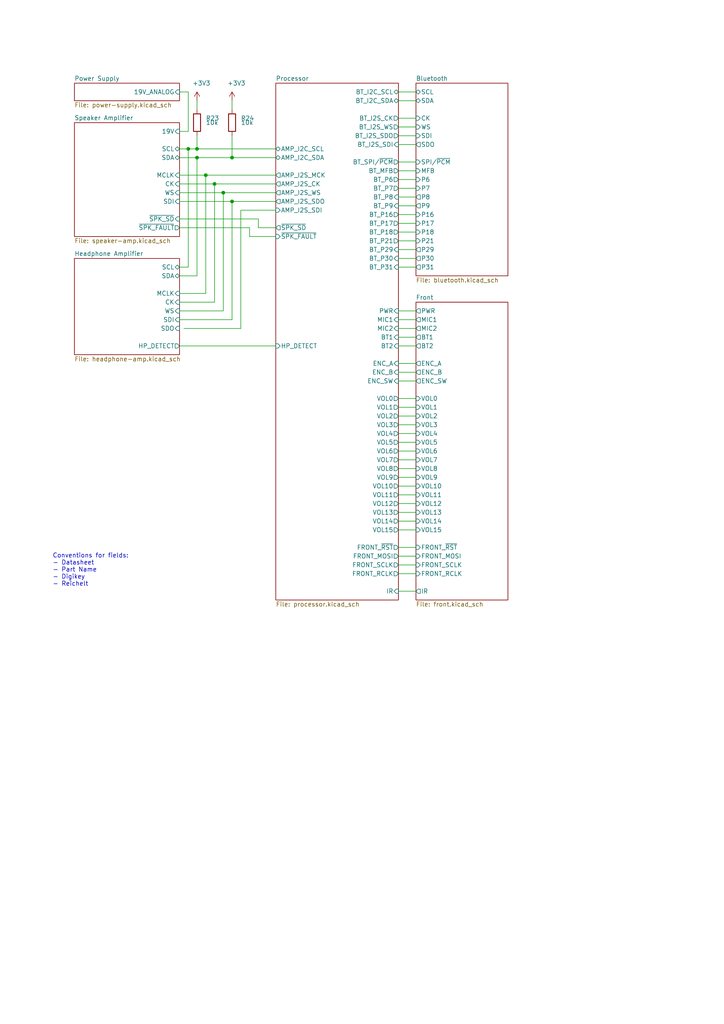
<source format=kicad_sch>
(kicad_sch (version 20210126) (generator eeschema)
  (paper "A4" portrait)
  (lib_symbols
    (symbol "Device:R" (pin_numbers hide) (pin_names (offset 0))
      (property "Reference" "R" (at 2.032 0 90))
      (property "Value" "R" (at 0 0 90))
      (symbol "R_0_1"
        (rectangle (start -1.016 -2.54) (end 1.016 2.54) (stroke (width 0.254)))
      )
      (symbol "R_1_1"
        (pin passive line (at 0 3.81 270) (length 1.27) (name "~") (number "1"))
        (pin passive line (at 0 -3.81 90) (length 1.27) (name "~") (number "2"))
      )
    )
    (symbol "power:+3V3" (power) (pin_names (offset 0))
      (property "Value" "+3V3" (at 0 3.556 0))
      (symbol "+3V3_0_1"
        (polyline (pts (xy -0.762 1.27) (xy 0 2.54)))
        (polyline (pts (xy 0 0) (xy 0 2.54)))
        (polyline (pts (xy 0 2.54) (xy 0.762 1.27)))
      )
      (symbol "+3V3_1_1"
        (pin power_in line (at 0 0 90) (length 0) hide (name "+3V3") (number "1"))
      )
    )
  )
  (junction (at 54.61 43.18) (diameter 0.9144))
  (junction (at 57.15 43.18) (diameter 0.9144))
  (junction (at 57.15 45.72) (diameter 0.9144))
  (junction (at 59.69 50.8) (diameter 0.9144))
  (junction (at 62.23 53.34) (diameter 0.9144))
  (junction (at 64.77 55.88) (diameter 0.9144))
  (junction (at 67.31 45.72) (diameter 0.9144))
  (junction (at 67.31 58.42) (diameter 0.9144))
  (wire (pts (xy 52.07 26.67) (xy 54.61 26.67)))
  (wire (pts (xy 52.07 43.18) (xy 54.61 43.18)))
  (wire (pts (xy 52.07 45.72) (xy 57.15 45.72)))
  (wire (pts (xy 52.07 50.8) (xy 59.69 50.8)))
  (wire (pts (xy 52.07 66.04) (xy 72.39 66.04)))
  (wire (pts (xy 52.07 80.01) (xy 57.15 80.01)))
  (wire (pts (xy 52.07 87.63) (xy 62.23 87.63)))
  (wire (pts (xy 52.07 90.17) (xy 64.77 90.17)))
  (wire (pts (xy 52.07 92.71) (xy 67.31 92.71)))
  (wire (pts (xy 52.07 100.33) (xy 80.01 100.33)))
  (wire (pts (xy 53.34 95.25) (xy 69.85 95.25)))
  (wire (pts (xy 54.61 26.67) (xy 54.61 38.1)))
  (wire (pts (xy 54.61 38.1) (xy 52.07 38.1)))
  (wire (pts (xy 54.61 43.18) (xy 54.61 77.47)))
  (wire (pts (xy 54.61 43.18) (xy 57.15 43.18)))
  (wire (pts (xy 54.61 77.47) (xy 52.07 77.47)))
  (wire (pts (xy 57.15 29.21) (xy 57.15 31.75)))
  (wire (pts (xy 57.15 43.18) (xy 57.15 39.37)))
  (wire (pts (xy 57.15 43.18) (xy 80.01 43.18)))
  (wire (pts (xy 57.15 45.72) (xy 67.31 45.72)))
  (wire (pts (xy 57.15 80.01) (xy 57.15 45.72)))
  (wire (pts (xy 59.69 50.8) (xy 59.69 85.09)))
  (wire (pts (xy 59.69 50.8) (xy 80.01 50.8)))
  (wire (pts (xy 59.69 85.09) (xy 52.07 85.09)))
  (wire (pts (xy 62.23 53.34) (xy 52.07 53.34)))
  (wire (pts (xy 62.23 53.34) (xy 80.01 53.34)))
  (wire (pts (xy 62.23 87.63) (xy 62.23 53.34)))
  (wire (pts (xy 64.77 55.88) (xy 52.07 55.88)))
  (wire (pts (xy 64.77 55.88) (xy 80.01 55.88)))
  (wire (pts (xy 64.77 90.17) (xy 64.77 55.88)))
  (wire (pts (xy 67.31 29.21) (xy 67.31 31.75)))
  (wire (pts (xy 67.31 45.72) (xy 67.31 39.37)))
  (wire (pts (xy 67.31 45.72) (xy 80.01 45.72)))
  (wire (pts (xy 67.31 58.42) (xy 52.07 58.42)))
  (wire (pts (xy 67.31 58.42) (xy 80.01 58.42)))
  (wire (pts (xy 67.31 92.71) (xy 67.31 58.42)))
  (wire (pts (xy 69.85 60.96) (xy 80.01 60.96)))
  (wire (pts (xy 69.85 95.25) (xy 69.85 60.96)))
  (wire (pts (xy 72.39 66.04) (xy 72.39 68.58)))
  (wire (pts (xy 72.39 68.58) (xy 80.01 68.58)))
  (wire (pts (xy 74.93 63.5) (xy 52.07 63.5)))
  (wire (pts (xy 74.93 66.04) (xy 74.93 63.5)))
  (wire (pts (xy 80.01 66.04) (xy 74.93 66.04)))
  (wire (pts (xy 115.57 26.67) (xy 120.65 26.67)))
  (wire (pts (xy 115.57 29.21) (xy 120.65 29.21)))
  (wire (pts (xy 115.57 34.29) (xy 120.65 34.29)))
  (wire (pts (xy 115.57 36.83) (xy 120.65 36.83)))
  (wire (pts (xy 115.57 39.37) (xy 120.65 39.37)))
  (wire (pts (xy 115.57 41.91) (xy 120.65 41.91)))
  (wire (pts (xy 115.57 46.99) (xy 120.65 46.99)))
  (wire (pts (xy 115.57 49.53) (xy 120.65 49.53)))
  (wire (pts (xy 115.57 52.07) (xy 120.65 52.07)))
  (wire (pts (xy 115.57 54.61) (xy 120.65 54.61)))
  (wire (pts (xy 115.57 57.15) (xy 120.65 57.15)))
  (wire (pts (xy 115.57 59.69) (xy 120.65 59.69)))
  (wire (pts (xy 115.57 62.23) (xy 120.65 62.23)))
  (wire (pts (xy 115.57 64.77) (xy 120.65 64.77)))
  (wire (pts (xy 115.57 67.31) (xy 120.65 67.31)))
  (wire (pts (xy 115.57 69.85) (xy 120.65 69.85)))
  (wire (pts (xy 115.57 72.39) (xy 120.65 72.39)))
  (wire (pts (xy 115.57 74.93) (xy 120.65 74.93)))
  (wire (pts (xy 115.57 77.47) (xy 120.65 77.47)))
  (wire (pts (xy 115.57 90.17) (xy 120.65 90.17)))
  (wire (pts (xy 115.57 92.71) (xy 120.65 92.71)))
  (wire (pts (xy 115.57 95.25) (xy 120.65 95.25)))
  (wire (pts (xy 115.57 97.79) (xy 120.65 97.79)))
  (wire (pts (xy 115.57 100.33) (xy 120.65 100.33)))
  (wire (pts (xy 115.57 105.41) (xy 120.65 105.41)))
  (wire (pts (xy 115.57 107.95) (xy 120.65 107.95)))
  (wire (pts (xy 115.57 110.49) (xy 120.65 110.49)))
  (wire (pts (xy 115.57 115.57) (xy 120.65 115.57)))
  (wire (pts (xy 115.57 118.11) (xy 120.65 118.11)))
  (wire (pts (xy 115.57 120.65) (xy 120.65 120.65)))
  (wire (pts (xy 115.57 123.19) (xy 120.65 123.19)))
  (wire (pts (xy 115.57 125.73) (xy 120.65 125.73)))
  (wire (pts (xy 115.57 128.27) (xy 120.65 128.27)))
  (wire (pts (xy 115.57 130.81) (xy 120.65 130.81)))
  (wire (pts (xy 115.57 133.35) (xy 120.65 133.35)))
  (wire (pts (xy 115.57 135.89) (xy 120.65 135.89)))
  (wire (pts (xy 115.57 138.43) (xy 120.65 138.43)))
  (wire (pts (xy 115.57 140.97) (xy 120.65 140.97)))
  (wire (pts (xy 115.57 143.51) (xy 120.65 143.51)))
  (wire (pts (xy 115.57 146.05) (xy 120.65 146.05)))
  (wire (pts (xy 115.57 148.59) (xy 120.65 148.59)))
  (wire (pts (xy 115.57 151.13) (xy 120.65 151.13)))
  (wire (pts (xy 115.57 153.67) (xy 120.65 153.67)))
  (wire (pts (xy 115.57 158.75) (xy 120.65 158.75)))
  (wire (pts (xy 115.57 161.29) (xy 120.65 161.29)))
  (wire (pts (xy 115.57 163.83) (xy 120.65 163.83)))
  (wire (pts (xy 115.57 166.37) (xy 120.65 166.37)))
  (wire (pts (xy 115.57 171.45) (xy 120.65 171.45)))
  (text "Conventions for fields:\n- Datasheet\n- Part Name\n- Digikey\n- Reichelt" (at 15.24 170.18 0) (effects (font (size 1.27 1.27)) (justify left bottom)))
  (symbol (lib_id "power:+3V3") (at 57.15 29.21 0) (unit 1)
    (property "Reference" "#PWR0157" (effects hide))
    (property "Value" "+3V3" (at 58.42 24.13 0))
  )
  (symbol (lib_id "power:+3V3") (at 67.31 29.21 0) (unit 1)
    (property "Reference" "#PWR0158" (effects hide))
    (property "Value" "+3V3" (at 68.58 24.13 0))
  )
  (symbol (lib_id "Device:R") (at 57.15 35.56 0) (unit 1)
    (property "Reference" "R23" (at 59.69 34.29 0) (effects (justify left)))
    (property "Value" "10k" (at 59.69 35.56 0) (effects (justify left)))
    (property "Footprint" "Resistor_SMD:R_0603_1608Metric" (effects hide))
    (property "Mouser" "652-CR0603FX-1002ELF" (effects hide))
    (property "Part Name" "Bourns CR0603-FX-1002ELF" (effects hide))
  )
  (symbol (lib_id "Device:R") (at 67.31 35.56 0) (unit 1)
    (property "Reference" "R24" (at 69.85 34.29 0) (effects (justify left)))
    (property "Value" "10k" (at 69.85 35.56 0) (effects (justify left)))
    (property "Footprint" "Resistor_SMD:R_0603_1608Metric" (effects hide))
    (property "Mouser" "652-CR0603FX-1002ELF" (effects hide))
    (property "Part Name" "Bourns CR0603-FX-1002ELF" (effects hide))
  )
  (sheet (at 120.65 24.13) (size 26.67 55.88)
    (property "Schaltplanname" "Bluetooth" (at 120.65 23.4945 0) (effects (justify left bottom)))
    (property "Dateiname Blatt" "bluetooth.kicad_sch" (at 120.65 80.5185 0) (effects (justify left top)))
    (pin "P21" input (at 120.65 69.85 180))
    (pin "P18" input (at 120.65 67.31 180))
    (pin "SCL" bidirectional (at 120.65 26.67 180))
    (pin "WS" input (at 120.65 36.83 180))
    (pin "CK" input (at 120.65 34.29 180))
    (pin "SDI" input (at 120.65 39.37 180))
    (pin "SPI{slash}~PCM" input (at 120.65 46.99 180))
    (pin "MFB" input (at 120.65 49.53 180))
    (pin "SDO" output (at 120.65 41.91 180))
    (pin "SDA" bidirectional (at 120.65 29.21 180))
    (pin "P7" input (at 120.65 54.61 180))
    (pin "P16" input (at 120.65 62.23 180))
    (pin "P17" input (at 120.65 64.77 180))
    (pin "P6" input (at 120.65 52.07 180))
    (pin "P31" output (at 120.65 77.47 180))
    (pin "P30" output (at 120.65 74.93 180))
    (pin "P29" output (at 120.65 72.39 180))
    (pin "P8" output (at 120.65 57.15 180))
    (pin "P9" output (at 120.65 59.69 180))
  )
  (sheet (at 120.65 87.63) (size 26.67 86.36)
    (property "Schaltplanname" "Front" (at 120.65 86.9945 0) (effects (justify left bottom)))
    (property "Dateiname Blatt" "front.kicad_sch" (at 120.65 174.4985 0) (effects (justify left top)))
    (pin "PWR" output (at 120.65 90.17 180))
    (pin "ENC_B" output (at 120.65 107.95 180))
    (pin "ENC_A" output (at 120.65 105.41 180))
    (pin "ENC_SW" output (at 120.65 110.49 180))
    (pin "VOL1" input (at 120.65 118.11 180))
    (pin "VOL0" input (at 120.65 115.57 180))
    (pin "VOL4" input (at 120.65 125.73 180))
    (pin "VOL7" input (at 120.65 133.35 180))
    (pin "VOL3" input (at 120.65 123.19 180))
    (pin "VOL5" input (at 120.65 128.27 180))
    (pin "VOL6" input (at 120.65 130.81 180))
    (pin "VOL8" input (at 120.65 135.89 180))
    (pin "VOL9" input (at 120.65 138.43 180))
    (pin "VOL10" input (at 120.65 140.97 180))
    (pin "VOL14" input (at 120.65 151.13 180))
    (pin "VOL12" input (at 120.65 146.05 180))
    (pin "VOL13" input (at 120.65 148.59 180))
    (pin "VOL11" input (at 120.65 143.51 180))
    (pin "VOL15" input (at 120.65 153.67 180))
    (pin "VOL2" input (at 120.65 120.65 180))
    (pin "MIC1" output (at 120.65 92.71 180))
    (pin "BT2" output (at 120.65 100.33 180))
    (pin "MIC2" output (at 120.65 95.25 180))
    (pin "BT1" output (at 120.65 97.79 180))
    (pin "FRONT_~RST" input (at 120.65 158.75 180))
    (pin "FRONT_MOSI" input (at 120.65 161.29 180))
    (pin "IR" output (at 120.65 171.45 180))
    (pin "FRONT_RCLK" input (at 120.65 166.37 180))
    (pin "FRONT_SCLK" input (at 120.65 163.83 180))
  )
  (sheet (at 21.59 74.93) (size 30.48 27.94)
    (property "Schaltplanname" "Headphone Amplifier" (at 21.59 74.2945 0) (effects (justify left bottom)))
    (property "Dateiname Blatt" "headphone-amp.kicad_sch" (at 21.59 103.3785 0) (effects (justify left top)))
    (pin "HP_DETECT" output (at 52.07 100.33 0))
    (pin "MCLK" input (at 52.07 85.09 0))
    (pin "CK" input (at 52.07 87.63 0))
    (pin "WS" input (at 52.07 90.17 0))
    (pin "SDI" input (at 52.07 92.71 0))
    (pin "SDO" input (at 52.07 95.25 0))
    (pin "SCL" bidirectional (at 52.07 77.47 0))
    (pin "SDA" bidirectional (at 52.07 80.01 0))
  )
  (sheet (at 21.59 24.13) (size 30.48 5.08)
    (property "Schaltplanname" "Power Supply" (at 21.59 23.4945 0) (effects (justify left bottom)))
    (property "Dateiname Blatt" "power-supply.kicad_sch" (at 21.59 29.7185 0) (effects (justify left top)))
    (pin "19V_ANALOG" input (at 52.07 26.67 0))
  )
  (sheet (at 80.01 24.13) (size 35.56 149.86)
    (property "Schaltplanname" "Processor" (at 80.01 23.4945 0) (effects (justify left bottom)))
    (property "Dateiname Blatt" "processor.kicad_sch" (at 80.01 174.4985 0) (effects (justify left top)))
    (pin "AMP_I2S_MCK" output (at 80.01 50.8 180))
    (pin "AMP_I2S_CK" output (at 80.01 53.34 180))
    (pin "AMP_I2S_WS" output (at 80.01 55.88 180))
    (pin "AMP_I2S_SDI" input (at 80.01 60.96 180))
    (pin "AMP_I2S_SDO" output (at 80.01 58.42 180))
    (pin "BT_I2S_WS" output (at 115.57 36.83 0))
    (pin "BT_I2S_CK" output (at 115.57 34.29 0))
    (pin "BT_I2S_SDI" input (at 115.57 41.91 0))
    (pin "BT_I2S_SDO" output (at 115.57 39.37 0))
    (pin "AMP_I2C_SDA" bidirectional (at 80.01 45.72 180))
    (pin "AMP_I2C_SCL" bidirectional (at 80.01 43.18 180))
    (pin "BT_I2C_SCL" bidirectional (at 115.57 26.67 0))
    (pin "BT_I2C_SDA" bidirectional (at 115.57 29.21 0))
    (pin "HP_DETECT" input (at 80.01 100.33 180))
    (pin "~SPK_FAULT" input (at 80.01 68.58 180))
    (pin "~SPK_SD" output (at 80.01 66.04 180))
    (pin "BT_SPI{slash}~PCM" output (at 115.57 46.99 0))
    (pin "BT_MFB" output (at 115.57 49.53 0))
    (pin "BT_P9" input (at 115.57 59.69 0))
    (pin "BT_P6" output (at 115.57 52.07 0))
    (pin "BT_P8" input (at 115.57 57.15 0))
    (pin "BT_P7" output (at 115.57 54.61 0))
    (pin "BT_P18" output (at 115.57 67.31 0))
    (pin "BT_P16" output (at 115.57 62.23 0))
    (pin "BT_P17" output (at 115.57 64.77 0))
    (pin "BT_P21" output (at 115.57 69.85 0))
    (pin "BT_P29" input (at 115.57 72.39 0))
    (pin "BT_P30" input (at 115.57 74.93 0))
    (pin "BT_P31" input (at 115.57 77.47 0))
    (pin "PWR" input (at 115.57 90.17 0))
    (pin "MIC1" input (at 115.57 92.71 0))
    (pin "MIC2" input (at 115.57 95.25 0))
    (pin "BT1" input (at 115.57 97.79 0))
    (pin "BT2" input (at 115.57 100.33 0))
    (pin "ENC_A" input (at 115.57 105.41 0))
    (pin "ENC_B" input (at 115.57 107.95 0))
    (pin "ENC_SW" input (at 115.57 110.49 0))
    (pin "VOL0" output (at 115.57 115.57 0))
    (pin "VOL2" output (at 115.57 120.65 0))
    (pin "VOL1" output (at 115.57 118.11 0))
    (pin "VOL3" output (at 115.57 123.19 0))
    (pin "VOL4" output (at 115.57 125.73 0))
    (pin "VOL5" output (at 115.57 128.27 0))
    (pin "VOL14" output (at 115.57 151.13 0))
    (pin "VOL12" output (at 115.57 146.05 0))
    (pin "VOL13" output (at 115.57 148.59 0))
    (pin "VOL11" output (at 115.57 143.51 0))
    (pin "VOL15" output (at 115.57 153.67 0))
    (pin "VOL9" output (at 115.57 138.43 0))
    (pin "VOL8" output (at 115.57 135.89 0))
    (pin "VOL7" output (at 115.57 133.35 0))
    (pin "VOL6" output (at 115.57 130.81 0))
    (pin "VOL10" output (at 115.57 140.97 0))
    (pin "FRONT_~RST" output (at 115.57 158.75 0))
    (pin "FRONT_MOSI" output (at 115.57 161.29 0))
    (pin "FRONT_RCLK" output (at 115.57 166.37 0))
    (pin "FRONT_SCLK" output (at 115.57 163.83 0))
    (pin "IR" input (at 115.57 171.45 0))
  )
  (sheet (at 21.59 35.56) (size 30.48 33.02)
    (property "Schaltplanname" "Speaker Amplifier" (at 21.59 34.9245 0) (effects (justify left bottom)))
    (property "Dateiname Blatt" "speaker-amp.kicad_sch" (at 21.59 69.0885 0) (effects (justify left top)))
    (pin "SDI" input (at 52.07 58.42 0))
    (pin "~SPK_SD" input (at 52.07 63.5 0))
    (pin "~SPK_FAULT" output (at 52.07 66.04 0))
    (pin "SDA" bidirectional (at 52.07 45.72 0))
    (pin "MCLK" input (at 52.07 50.8 0))
    (pin "CK" input (at 52.07 53.34 0))
    (pin "WS" input (at 52.07 55.88 0))
    (pin "SCL" bidirectional (at 52.07 43.18 0))
    (pin "19V" input (at 52.07 38.1 0))
  )
)
</source>
